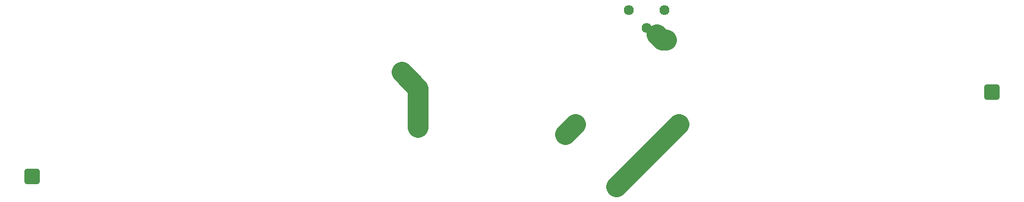
<source format=gbr>
%TF.GenerationSoftware,KiCad,Pcbnew,9.0.3*%
%TF.CreationDate,2025-07-20T02:49:59+05:30*%
%TF.ProjectId,BUCK CONVERTER FINAL,4255434b-2043-44f4-9e56-455254455220,rev?*%
%TF.SameCoordinates,Original*%
%TF.FileFunction,Soldermask,Bot*%
%TF.FilePolarity,Negative*%
%FSLAX46Y46*%
G04 Gerber Fmt 4.6, Leading zero omitted, Abs format (unit mm)*
G04 Created by KiCad (PCBNEW 9.0.3) date 2025-07-20 02:49:59*
%MOMM*%
%LPD*%
G01*
G04 APERTURE LIST*
G04 Aperture macros list*
%AMRoundRect*
0 Rectangle with rounded corners*
0 $1 Rounding radius*
0 $2 $3 $4 $5 $6 $7 $8 $9 X,Y pos of 4 corners*
0 Add a 4 corners polygon primitive as box body*
4,1,4,$2,$3,$4,$5,$6,$7,$8,$9,$2,$3,0*
0 Add four circle primitives for the rounded corners*
1,1,$1+$1,$2,$3*
1,1,$1+$1,$4,$5*
1,1,$1+$1,$6,$7*
1,1,$1+$1,$8,$9*
0 Add four rect primitives between the rounded corners*
20,1,$1+$1,$2,$3,$4,$5,0*
20,1,$1+$1,$4,$5,$6,$7,0*
20,1,$1+$1,$6,$7,$8,$9,0*
20,1,$1+$1,$8,$9,$2,$3,0*%
G04 Aperture macros list end*
%ADD10C,1.440000*%
%ADD11RoundRect,0.250000X-0.825000X-0.825000X0.825000X-0.825000X0.825000X0.825000X-0.825000X0.825000X0*%
%ADD12C,3.000000*%
G04 APERTURE END LIST*
D10*
%TO.C,R2*%
X160940000Y-78920000D03*
X158400000Y-81460000D03*
X155860000Y-78920000D03*
%TD*%
D11*
%TO.C,J2*%
X207600000Y-90600000D03*
%TD*%
%TO.C,J1*%
X70800000Y-102600000D03*
%TD*%
D12*
X154044620Y-104094946D02*
X162939566Y-95200000D01*
X160600000Y-83200000D02*
X159800000Y-82400000D01*
X161200000Y-83200000D02*
X160600000Y-83200000D01*
X146775735Y-96624265D02*
X148200000Y-95200000D01*
X125800000Y-90079411D02*
X123470589Y-87750000D01*
X125800000Y-95600000D02*
X125800000Y-90079411D01*
M02*

</source>
